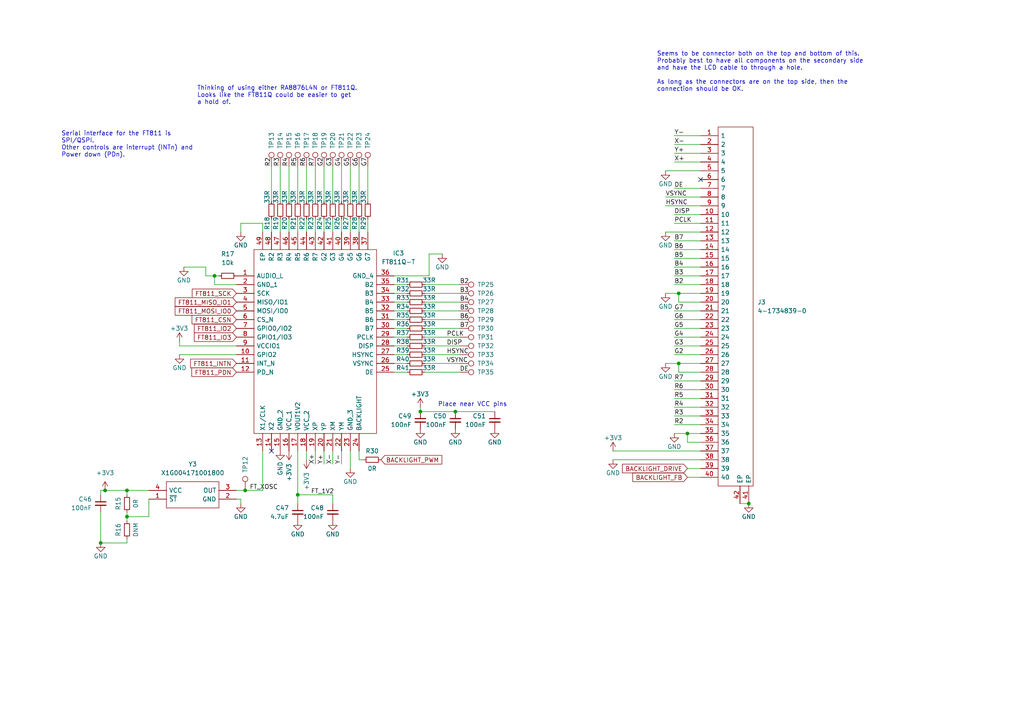
<source format=kicad_sch>
(kicad_sch (version 20211123) (generator eeschema)
  (paper "A4")
  (lib_symbols
    (symbol "Connector:TestPoint" (pin_numbers hide) (pin_names (offset 0.762) hide)
      (property "Reference" "TP" (at 0 6.858 0))
      (property "Value" "TestPoint" (at 0 5.08 0))
      (symbol "TestPoint_0_1"
        (circle (center 0 3.302) (radius 0.762))
      )
      (symbol "TestPoint_1_1"
        (pin passive line (at 0 0 90) (length 2.54) (name "1") (number "1"))
      )
    )
    (symbol "Device:C_Small" (pin_numbers hide) (pin_names (offset 0.254) hide)
      (property "Reference" "C" (at 0.254 1.778 0))
      (property "Value" "C_Small" (at 0.254 -2.032 0))
      (symbol "C_Small_0_1"
        (polyline (pts (xy -1.524 -0.508) (xy 1.524 -0.508)) (stroke (width 0.3302)))
        (polyline (pts (xy -1.524 0.508) (xy 1.524 0.508)) (stroke (width 0.3048)))
      )
      (symbol "C_Small_1_1"
        (pin passive line (at 0 2.54 270) (length 2.032) (name "~") (number "1"))
        (pin passive line (at 0 -2.54 90) (length 2.032) (name "~") (number "2"))
      )
    )
    (symbol "Device:R_Small" (pin_numbers hide) (pin_names (offset 0.254) hide)
      (property "Reference" "R" (at 0.762 0.508 0))
      (property "Value" "R_Small" (at 0.762 -1.016 0))
      (symbol "R_Small_0_1"
        (rectangle (start -0.762 1.778) (end 0.762 -1.778) (stroke (width 0.2032)))
      )
      (symbol "R_Small_1_1"
        (pin passive line (at 0 2.54 270) (length 0.762) (name "~") (number "1"))
        (pin passive line (at 0 -2.54 90) (length 0.762) (name "~") (number "2"))
      )
    )
    (symbol "SamacSys_Parts:4-1734839-0" (pin_names (offset 0.762))
      (property "Reference" "J3" (at -16.51 -48.2599 0))
      (property "Value" "4-1734839-0" (at -16.51 -50.7999 0))
      (symbol "4-1734839-0_0_0"
        (pin passive line (at 0 0 180) (length 5.08) (name "1") (number "1"))
        (pin passive line (at 0 -22.86 180) (length 5.08) (name "10") (number "10"))
        (pin passive line (at 0 -25.4 180) (length 5.08) (name "11") (number "11"))
        (pin passive line (at 0 -27.94 180) (length 5.08) (name "12") (number "12"))
        (pin passive line (at 0 -30.48 180) (length 5.08) (name "13") (number "13"))
        (pin passive line (at 0 -33.02 180) (length 5.08) (name "14") (number "14"))
        (pin passive line (at 0 -35.56 180) (length 5.08) (name "15") (number "15"))
        (pin passive line (at 0 -38.1 180) (length 5.08) (name "16") (number "16"))
        (pin passive line (at 0 -40.64 180) (length 5.08) (name "17") (number "17"))
        (pin passive line (at 0 -43.18 180) (length 5.08) (name "18") (number "18"))
        (pin passive line (at 0 -45.72 180) (length 5.08) (name "19") (number "19"))
        (pin passive line (at 0 -2.54 180) (length 5.08) (name "2") (number "2"))
        (pin passive line (at 0 -48.26 180) (length 5.08) (name "20") (number "20"))
        (pin passive line (at 0 -50.8 180) (length 5.08) (name "21") (number "21"))
        (pin passive line (at 0 -53.34 180) (length 5.08) (name "22") (number "22"))
        (pin passive line (at 0 -55.88 180) (length 5.08) (name "23") (number "23"))
        (pin passive line (at 0 -58.42 180) (length 5.08) (name "24") (number "24"))
        (pin passive line (at 0 -60.96 180) (length 5.08) (name "25") (number "25"))
        (pin passive line (at 0 -63.5 180) (length 5.08) (name "26") (number "26"))
        (pin passive line (at 0 -66.04 180) (length 5.08) (name "27") (number "27"))
        (pin passive line (at 0 -68.58 180) (length 5.08) (name "28") (number "28"))
        (pin passive line (at 0 -71.12 180) (length 5.08) (name "29") (number "29"))
        (pin passive line (at 0 -5.08 180) (length 5.08) (name "3") (number "3"))
        (pin passive line (at 0 -73.66 180) (length 5.08) (name "30") (number "30"))
        (pin passive line (at 0 -76.2 180) (length 5.08) (name "31") (number "31"))
        (pin passive line (at 0 -78.74 180) (length 5.08) (name "32") (number "32"))
        (pin passive line (at 0 -81.28 180) (length 5.08) (name "33") (number "33"))
        (pin passive line (at 0 -83.82 180) (length 5.08) (name "34") (number "34"))
        (pin passive line (at 0 -86.36 180) (length 5.08) (name "35") (number "35"))
        (pin passive line (at 0 -88.9 180) (length 5.08) (name "36") (number "36"))
        (pin passive line (at 0 -91.44 180) (length 5.08) (name "37") (number "37"))
        (pin passive line (at 0 -93.98 180) (length 5.08) (name "38") (number "38"))
        (pin passive line (at 0 -96.52 180) (length 5.08) (name "39") (number "39"))
        (pin passive line (at 0 -7.62 180) (length 5.08) (name "4") (number "4"))
        (pin passive line (at 0 -99.06 180) (length 5.08) (name "40") (number "40"))
        (pin passive line (at -13.97 -106.68 90) (length 5.08) (name "EP") (number "41"))
        (pin passive line (at -11.43 -106.68 90) (length 5.08) (name "EP") (number "42"))
        (pin passive line (at 0 -10.16 180) (length 5.08) (name "5") (number "5"))
        (pin passive line (at 0 -12.7 180) (length 5.08) (name "6") (number "6"))
        (pin passive line (at 0 -15.24 180) (length 5.08) (name "7") (number "7"))
        (pin passive line (at 0 -17.78 180) (length 5.08) (name "8") (number "8"))
        (pin passive line (at 0 -20.32 180) (length 5.08) (name "9") (number "9"))
      )
      (symbol "4-1734839-0_0_1"
        (polyline (pts (xy -15.24 2.54) (xy -5.08 2.54) (xy -5.08 -101.6) (xy -15.24 -101.6) (xy -15.24 2.54)) (stroke (width 0.1524)))
      )
    )
    (symbol "SamacSys_Parts:FT810Q-T" (pin_names (offset 0.762))
      (property "Reference" "IC" (at 41.91 12.7 0))
      (property "Value" "FT810Q-T" (at 41.91 10.16 0))
      (symbol "FT810Q-T_0_0"
        (pin passive line (at 0 0 0) (length 5.08) (name "AUDIO_L") (number "1"))
        (pin passive line (at 0 -22.86 0) (length 5.08) (name "GPIO2") (number "10"))
        (pin passive line (at 0 -25.4 0) (length 5.08) (name "INT_N") (number "11"))
        (pin passive line (at 0 -27.94 0) (length 5.08) (name "PD_N") (number "12"))
        (pin passive line (at 7.62 -50.8 90) (length 5.08) (name "X1/CLK") (number "13"))
        (pin passive line (at 10.16 -50.8 90) (length 5.08) (name "X2") (number "14"))
        (pin passive line (at 12.7 -50.8 90) (length 5.08) (name "GND_2") (number "15"))
        (pin passive line (at 15.24 -50.8 90) (length 5.08) (name "VCC_1") (number "16"))
        (pin passive line (at 17.78 -50.8 90) (length 5.08) (name "VOUT1V2") (number "17"))
        (pin passive line (at 20.32 -50.8 90) (length 5.08) (name "VCC_2") (number "18"))
        (pin passive line (at 22.86 -50.8 90) (length 5.08) (name "XP") (number "19"))
        (pin passive line (at 0 -2.54 0) (length 5.08) (name "GND_1") (number "2"))
        (pin passive line (at 25.4 -50.8 90) (length 5.08) (name "YP") (number "20"))
        (pin passive line (at 27.94 -50.8 90) (length 5.08) (name "XM") (number "21"))
        (pin passive line (at 30.48 -50.8 90) (length 5.08) (name "YM") (number "22"))
        (pin passive line (at 33.02 -50.8 90) (length 5.08) (name "GND_3") (number "23"))
        (pin passive line (at 35.56 -50.8 90) (length 5.08) (name "BACKLIGHT") (number "24"))
        (pin passive line (at 45.72 -27.94 180) (length 5.08) (name "DE") (number "25"))
        (pin passive line (at 45.72 -25.4 180) (length 5.08) (name "VSYNC") (number "26"))
        (pin passive line (at 45.72 -22.86 180) (length 5.08) (name "HSYNC") (number "27"))
        (pin passive line (at 45.72 -20.32 180) (length 5.08) (name "DISP") (number "28"))
        (pin passive line (at 45.72 -17.78 180) (length 5.08) (name "PCLK") (number "29"))
        (pin passive line (at 0 -5.08 0) (length 5.08) (name "SCK") (number "3"))
        (pin passive line (at 45.72 -15.24 180) (length 5.08) (name "B7") (number "30"))
        (pin passive line (at 45.72 -12.7 180) (length 5.08) (name "B6") (number "31"))
        (pin passive line (at 45.72 -10.16 180) (length 5.08) (name "B5") (number "32"))
        (pin passive line (at 45.72 -7.62 180) (length 5.08) (name "B4") (number "33"))
        (pin passive line (at 45.72 -5.08 180) (length 5.08) (name "B3") (number "34"))
        (pin passive line (at 45.72 -2.54 180) (length 5.08) (name "B2") (number "35"))
        (pin passive line (at 45.72 0 180) (length 5.08) (name "GND_4") (number "36"))
        (pin passive line (at 38.1 12.7 270) (length 5.08) (name "G7") (number "37"))
        (pin passive line (at 35.56 12.7 270) (length 5.08) (name "G6") (number "38"))
        (pin passive line (at 33.02 12.7 270) (length 5.08) (name "G5") (number "39"))
        (pin passive line (at 0 -7.62 0) (length 5.08) (name "MISO/IO1") (number "4"))
        (pin passive line (at 30.48 12.7 270) (length 5.08) (name "G4") (number "40"))
        (pin passive line (at 27.94 12.7 270) (length 5.08) (name "G3") (number "41"))
        (pin passive line (at 25.4 12.7 270) (length 5.08) (name "G2") (number "42"))
        (pin passive line (at 22.86 12.7 270) (length 5.08) (name "R7") (number "43"))
        (pin passive line (at 20.32 12.7 270) (length 5.08) (name "R6") (number "44"))
        (pin passive line (at 17.78 12.7 270) (length 5.08) (name "R5") (number "45"))
        (pin passive line (at 15.24 12.7 270) (length 5.08) (name "R4") (number "46"))
        (pin passive line (at 12.7 12.7 270) (length 5.08) (name "R3") (number "47"))
        (pin passive line (at 10.16 12.7 270) (length 5.08) (name "R2") (number "48"))
        (pin passive line (at 7.62 12.7 270) (length 5.08) (name "EP") (number "49"))
        (pin passive line (at 0 -10.16 0) (length 5.08) (name "MOSI/IO0") (number "5"))
        (pin passive line (at 0 -12.7 0) (length 5.08) (name "CS_N") (number "6"))
        (pin passive line (at 0 -15.24 0) (length 5.08) (name "GPIO0/IO2") (number "7"))
        (pin passive line (at 0 -17.78 0) (length 5.08) (name "GPIO1/IO3") (number "8"))
        (pin passive line (at 0 -20.32 0) (length 5.08) (name "VCCIO1") (number "9"))
      )
      (symbol "FT810Q-T_0_1"
        (polyline (pts (xy 5.08 7.62) (xy 40.64 7.62) (xy 40.64 -45.72) (xy 5.08 -45.72) (xy 5.08 7.62)) (stroke (width 0.1524)))
      )
    )
    (symbol "SamacSys_Parts:X1G004171001800" (pin_names (offset 0.762))
      (property "Reference" "Y" (at 21.59 7.62 0))
      (property "Value" "X1G004171001800" (at 21.59 5.08 0))
      (symbol "X1G004171001800_0_0"
        (pin passive line (at 0 -2.54 0) (length 5.08) (name "~{ST}") (number "1"))
        (pin passive line (at 25.4 -2.54 180) (length 5.08) (name "GND") (number "2"))
        (pin passive line (at 25.4 0 180) (length 5.08) (name "OUT") (number "3"))
        (pin passive line (at 0 0 0) (length 5.08) (name "VCC") (number "4"))
      )
      (symbol "X1G004171001800_0_1"
        (polyline (pts (xy 5.08 2.54) (xy 20.32 2.54) (xy 20.32 -5.08) (xy 5.08 -5.08) (xy 5.08 2.54)) (stroke (width 0.1524)))
      )
    )
    (symbol "power:+3V3" (power) (pin_names (offset 0))
      (property "Value" "+3V3" (at 0 3.556 0))
      (symbol "+3V3_0_1"
        (polyline (pts (xy -0.762 1.27) (xy 0 2.54)))
        (polyline (pts (xy 0 0) (xy 0 2.54)))
        (polyline (pts (xy 0 2.54) (xy 0.762 1.27)))
      )
      (symbol "+3V3_1_1"
        (pin power_in line (at 0 0 90) (length 0) hide (name "+3V3") (number "1"))
      )
    )
    (symbol "power:GND" (power) (pin_names (offset 0))
      (property "Value" "GND" (at 0 -3.81 0))
      (symbol "GND_0_1"
        (polyline (pts (xy 0 0) (xy 0 -1.27) (xy 1.27 -1.27) (xy 0 -2.54) (xy -1.27 -1.27) (xy 0 -1.27)))
      )
      (symbol "GND_1_1"
        (pin power_in line (at 0 0 270) (length 0) hide (name "GND") (number "1"))
      )
    )
  )
  (junction (at 196.85 85.09))
  (junction (at 199.39 125.73))
  (junction (at 121.92 119.38))
  (junction (at 196.85 105.41))
  (junction (at 62.23 80.01))
  (junction (at 30.48 142.24))
  (junction (at 132.08 119.38))
  (junction (at 36.83 149.86))
  (junction (at 36.83 142.24))
  (junction (at 217.17 146.05))
  (junction (at 29.21 157.48))
  (junction (at 71.12 142.24))
  (junction (at 86.36 143.51))
  (no_connect (at 78.74 130.81))
  (no_connect (at 203.2 52.07))
  (wire (pts (xy 124.46 80.01) (xy 114.3 80.01)))
  (wire (pts (xy 96.52 146.05) (xy 96.52 143.51)))
  (wire (pts (xy 195.58 80.01) (xy 203.2 80.01)))
  (wire (pts (xy 195.58 41.91) (xy 203.2 41.91)))
  (wire (pts (xy 101.6 58.42) (xy 101.6 48.26)))
  (wire (pts (xy 195.58 54.61) (xy 203.2 54.61)))
  (wire (pts (xy 59.69 80.01) (xy 62.23 80.01)))
  (wire (pts (xy 81.28 58.42) (xy 81.28 48.26)))
  (wire (pts (xy 203.2 128.27) (xy 199.39 128.27)))
  (wire (pts (xy 36.83 149.86) (xy 43.18 149.86)))
  (wire (pts (xy 114.3 102.87) (xy 118.11 102.87)))
  (wire (pts (xy 196.85 107.95) (xy 196.85 105.41)))
  (wire (pts (xy 29.21 157.48) (xy 36.83 157.48)))
  (wire (pts (xy 86.36 143.51) (xy 86.36 146.05)))
  (wire (pts (xy 123.19 95.25) (xy 133.35 95.25)))
  (wire (pts (xy 59.69 77.47) (xy 59.69 80.01)))
  (wire (pts (xy 106.68 67.31) (xy 106.68 63.5)))
  (wire (pts (xy 195.58 100.33) (xy 203.2 100.33)))
  (wire (pts (xy 114.3 95.25) (xy 118.11 95.25)))
  (wire (pts (xy 123.19 92.71) (xy 133.35 92.71)))
  (wire (pts (xy 203.2 87.63) (xy 196.85 87.63)))
  (wire (pts (xy 193.04 59.69) (xy 203.2 59.69)))
  (wire (pts (xy 52.07 102.87) (xy 68.58 102.87)))
  (wire (pts (xy 195.58 82.55) (xy 203.2 82.55)))
  (wire (pts (xy 71.12 142.24) (xy 76.2 142.24)))
  (wire (pts (xy 106.68 58.42) (xy 106.68 48.26)))
  (wire (pts (xy 69.85 64.77) (xy 76.2 64.77)))
  (wire (pts (xy 88.9 58.42) (xy 88.9 48.26)))
  (wire (pts (xy 88.9 130.81) (xy 88.9 133.35)))
  (wire (pts (xy 195.58 92.71) (xy 203.2 92.71)))
  (wire (pts (xy 62.23 80.01) (xy 62.23 82.55)))
  (wire (pts (xy 36.83 157.48) (xy 36.83 156.21)))
  (wire (pts (xy 123.19 85.09) (xy 133.35 85.09)))
  (wire (pts (xy 96.52 58.42) (xy 96.52 48.26)))
  (wire (pts (xy 36.83 142.24) (xy 43.18 142.24)))
  (wire (pts (xy 62.23 80.01) (xy 63.5 80.01)))
  (wire (pts (xy 195.58 97.79) (xy 203.2 97.79)))
  (wire (pts (xy 86.36 130.81) (xy 86.36 143.51)))
  (wire (pts (xy 199.39 135.89) (xy 203.2 135.89)))
  (wire (pts (xy 69.85 67.31) (xy 69.85 64.77)))
  (wire (pts (xy 199.39 138.43) (xy 203.2 138.43)))
  (wire (pts (xy 195.58 120.65) (xy 203.2 120.65)))
  (wire (pts (xy 83.82 58.42) (xy 83.82 48.26)))
  (wire (pts (xy 78.74 58.42) (xy 78.74 48.26)))
  (wire (pts (xy 36.83 143.51) (xy 36.83 142.24)))
  (wire (pts (xy 214.63 146.05) (xy 217.17 146.05)))
  (wire (pts (xy 30.48 142.24) (xy 29.21 142.24)))
  (wire (pts (xy 132.08 119.38) (xy 143.51 119.38)))
  (wire (pts (xy 123.19 90.17) (xy 133.35 90.17)))
  (wire (pts (xy 105.41 133.35) (xy 104.14 133.35)))
  (wire (pts (xy 101.6 130.81) (xy 101.6 135.89)))
  (wire (pts (xy 81.28 67.31) (xy 81.28 63.5)))
  (wire (pts (xy 52.07 100.33) (xy 52.07 99.06)))
  (wire (pts (xy 123.19 107.95) (xy 133.35 107.95)))
  (wire (pts (xy 78.74 67.31) (xy 78.74 63.5)))
  (wire (pts (xy 195.58 77.47) (xy 203.2 77.47)))
  (wire (pts (xy 123.19 100.33) (xy 133.35 100.33)))
  (wire (pts (xy 195.58 113.03) (xy 203.2 113.03)))
  (wire (pts (xy 177.8 130.81) (xy 203.2 130.81)))
  (wire (pts (xy 114.3 92.71) (xy 118.11 92.71)))
  (wire (pts (xy 195.58 46.99) (xy 203.2 46.99)))
  (wire (pts (xy 91.44 130.81) (xy 91.44 134.62)))
  (wire (pts (xy 114.3 85.09) (xy 118.11 85.09)))
  (wire (pts (xy 86.36 58.42) (xy 86.36 48.26)))
  (wire (pts (xy 195.58 118.11) (xy 203.2 118.11)))
  (wire (pts (xy 99.06 67.31) (xy 99.06 63.5)))
  (wire (pts (xy 195.58 62.23) (xy 203.2 62.23)))
  (wire (pts (xy 101.6 67.31) (xy 101.6 63.5)))
  (wire (pts (xy 123.19 82.55) (xy 133.35 82.55)))
  (wire (pts (xy 196.85 105.41) (xy 203.2 105.41)))
  (wire (pts (xy 195.58 74.93) (xy 203.2 74.93)))
  (wire (pts (xy 196.85 85.09) (xy 203.2 85.09)))
  (wire (pts (xy 36.83 149.86) (xy 36.83 151.13)))
  (wire (pts (xy 124.46 73.66) (xy 124.46 80.01)))
  (wire (pts (xy 114.3 107.95) (xy 118.11 107.95)))
  (wire (pts (xy 91.44 67.31) (xy 91.44 63.5)))
  (wire (pts (xy 193.04 105.41) (xy 196.85 105.41)))
  (wire (pts (xy 88.9 67.31) (xy 88.9 63.5)))
  (wire (pts (xy 195.58 90.17) (xy 203.2 90.17)))
  (wire (pts (xy 199.39 125.73) (xy 203.2 125.73)))
  (wire (pts (xy 29.21 142.24) (xy 29.21 143.51)))
  (wire (pts (xy 36.83 142.24) (xy 30.48 142.24)))
  (wire (pts (xy 99.06 130.81) (xy 99.06 134.62)))
  (wire (pts (xy 195.58 115.57) (xy 203.2 115.57)))
  (wire (pts (xy 104.14 58.42) (xy 104.14 48.26)))
  (wire (pts (xy 195.58 102.87) (xy 203.2 102.87)))
  (wire (pts (xy 91.44 58.42) (xy 91.44 48.26)))
  (wire (pts (xy 195.58 44.45) (xy 203.2 44.45)))
  (wire (pts (xy 203.2 107.95) (xy 196.85 107.95)))
  (wire (pts (xy 104.14 67.31) (xy 104.14 63.5)))
  (wire (pts (xy 195.58 69.85) (xy 203.2 69.85)))
  (wire (pts (xy 69.85 146.05) (xy 69.85 144.78)))
  (wire (pts (xy 114.3 87.63) (xy 118.11 87.63)))
  (wire (pts (xy 195.58 64.77) (xy 203.2 64.77)))
  (wire (pts (xy 195.58 39.37) (xy 203.2 39.37)))
  (wire (pts (xy 93.98 67.31) (xy 93.98 63.5)))
  (wire (pts (xy 195.58 72.39) (xy 203.2 72.39)))
  (wire (pts (xy 62.23 82.55) (xy 68.58 82.55)))
  (wire (pts (xy 114.3 97.79) (xy 118.11 97.79)))
  (wire (pts (xy 96.52 143.51) (xy 86.36 143.51)))
  (wire (pts (xy 69.85 144.78) (xy 68.58 144.78)))
  (wire (pts (xy 53.34 77.47) (xy 59.69 77.47)))
  (wire (pts (xy 195.58 123.19) (xy 203.2 123.19)))
  (wire (pts (xy 93.98 58.42) (xy 93.98 48.26)))
  (wire (pts (xy 193.04 85.09) (xy 196.85 85.09)))
  (wire (pts (xy 123.19 87.63) (xy 133.35 87.63)))
  (wire (pts (xy 99.06 58.42) (xy 99.06 48.26)))
  (wire (pts (xy 123.19 97.79) (xy 133.35 97.79)))
  (wire (pts (xy 193.04 49.53) (xy 203.2 49.53)))
  (wire (pts (xy 96.52 130.81) (xy 96.52 134.62)))
  (wire (pts (xy 68.58 142.24) (xy 71.12 142.24)))
  (wire (pts (xy 123.19 102.87) (xy 133.35 102.87)))
  (wire (pts (xy 96.52 67.31) (xy 96.52 63.5)))
  (wire (pts (xy 43.18 149.86) (xy 43.18 144.78)))
  (wire (pts (xy 29.21 148.59) (xy 29.21 157.48)))
  (wire (pts (xy 128.27 73.66) (xy 124.46 73.66)))
  (wire (pts (xy 114.3 105.41) (xy 118.11 105.41)))
  (wire (pts (xy 86.36 67.31) (xy 86.36 63.5)))
  (wire (pts (xy 36.83 148.59) (xy 36.83 149.86)))
  (wire (pts (xy 195.58 95.25) (xy 203.2 95.25)))
  (wire (pts (xy 104.14 133.35) (xy 104.14 130.81)))
  (wire (pts (xy 83.82 67.31) (xy 83.82 63.5)))
  (wire (pts (xy 93.98 130.81) (xy 93.98 134.62)))
  (wire (pts (xy 193.04 57.15) (xy 203.2 57.15)))
  (wire (pts (xy 114.3 100.33) (xy 118.11 100.33)))
  (wire (pts (xy 193.04 67.31) (xy 203.2 67.31)))
  (wire (pts (xy 199.39 128.27) (xy 199.39 125.73)))
  (wire (pts (xy 68.58 100.33) (xy 52.07 100.33)))
  (wire (pts (xy 121.92 118.11) (xy 121.92 119.38)))
  (wire (pts (xy 195.58 125.73) (xy 199.39 125.73)))
  (wire (pts (xy 114.3 82.55) (xy 118.11 82.55)))
  (wire (pts (xy 76.2 64.77) (xy 76.2 67.31)))
  (wire (pts (xy 177.8 133.35) (xy 203.2 133.35)))
  (wire (pts (xy 76.2 142.24) (xy 76.2 130.81)))
  (wire (pts (xy 196.85 87.63) (xy 196.85 85.09)))
  (wire (pts (xy 195.58 110.49) (xy 203.2 110.49)))
  (wire (pts (xy 121.92 119.38) (xy 132.08 119.38)))
  (wire (pts (xy 114.3 90.17) (xy 118.11 90.17)))
  (wire (pts (xy 123.19 105.41) (xy 133.35 105.41)))
  (text "Place near VCC pins" (at 127 118.11 0) (effects (font (size 1.27 1.27)) (justify left bottom)))
  (text "Seems to be connector both on the top and bottom of this. \nProbably best to have all components on the secondary side\nand have the LCD cable to through a hole. \n\nAs long as the connectors are on the top side, then the\nconnection should be OK. " (at 190.5 26.67 0) (effects (font (size 1.27 1.27)) (justify left bottom)))
  (text "Serial interface for the FT811 is\nSPI/QSPI. \nOther controls are interrupt (INTn) and \nPower down (PDn). " (at 17.78 45.72 0) (effects (font (size 1.27 1.27)) (justify left bottom)))
  (text "Thinking of using either RA8876L4N or FT811Q. \nLooks like the FT811Q could be easier to get \na hold of. " (at 57.15 30.48 0) (effects (font (size 1.27 1.27)) (justify left bottom)))
  (label "B7" (at 195.58 69.85 0))
  (label "G5" (at 195.58 95.25 0))
  (label "B2" (at 133.35 82.55 0))
  (label "VSYNC" (at 193.04 57.15 0))
  (label "G4" (at 99.06 48.26 90))
  (label "R4" (at 195.58 118.11 0))
  (label "R3" (at 195.58 120.65 0))
  (label "X-" (at 195.58 41.91 0))
  (label "R5" (at 195.58 115.57 0))
  (label "R7" (at 91.44 48.26 90))
  (label "G2" (at 195.58 102.87 0))
  (label "DISP" (at 129.54 100.33 0))
  (label "B7" (at 133.35 95.25 0))
  (label "R7" (at 195.58 110.49 0))
  (label "B4" (at 133.35 87.63 0))
  (label "PCLK" (at 129.54 97.79 0))
  (label "G7" (at 106.68 48.26 90))
  (label "X+" (at 91.44 134.62 90))
  (label "G3" (at 96.52 48.26 90))
  (label "DE" (at 195.58 54.61 0))
  (label "HSYNC" (at 193.04 59.69 0))
  (label "X-" (at 96.52 134.62 90))
  (label "G7" (at 195.58 90.17 0))
  (label "Y+" (at 93.98 134.62 90))
  (label "Y-" (at 99.06 134.62 90))
  (label "B5" (at 133.35 90.17 0))
  (label "DISP" (at 195.58 62.23 0))
  (label "HSYNC" (at 129.54 102.87 0))
  (label "R6" (at 88.9 48.26 90))
  (label "B6" (at 133.35 92.71 0))
  (label "B6" (at 195.58 72.39 0))
  (label "R6" (at 195.58 113.03 0))
  (label "B5" (at 195.58 74.93 0))
  (label "G4" (at 195.58 97.79 0))
  (label "VSYNC" (at 129.54 105.41 0))
  (label "G3" (at 195.58 100.33 0))
  (label "R2" (at 195.58 123.19 0))
  (label "B3" (at 133.35 85.09 0))
  (label "B3" (at 195.58 80.01 0))
  (label "DE" (at 133.35 107.95 0))
  (label "R3" (at 81.28 48.26 90))
  (label "X+" (at 195.58 46.99 0))
  (label "PCLK" (at 195.58 64.77 0))
  (label "B2" (at 195.58 82.55 0))
  (label "R2" (at 78.74 48.26 90))
  (label "B4" (at 195.58 77.47 0))
  (label "R5" (at 86.36 48.26 90))
  (label "G6" (at 195.58 92.71 0))
  (label "Y+" (at 195.58 44.45 0))
  (label "FT_XOSC" (at 72.39 142.24 0))
  (label "FT_1V2" (at 90.17 143.51 0))
  (label "G6" (at 104.14 48.26 90))
  (label "G5" (at 101.6 48.26 90))
  (label "R4" (at 83.82 48.26 90))
  (label "G2" (at 93.98 48.26 90))
  (label "Y-" (at 195.58 39.37 0))
  (global_label "FT811_IO3" (shape input) (at 68.58 97.79 180) (property "Intersheet References" "${INTERSHEET_REFS}" (effects hide)))
  (global_label "FT811_SCK" (shape input) (at 68.58 85.09 180) (property "Intersheet References" "${INTERSHEET_REFS}" (effects hide)))
  (global_label "FT811_MOSI_IO0" (shape input) (at 68.58 90.17 180) (property "Intersheet References" "${INTERSHEET_REFS}" (effects hide)))
  (global_label "BACKLIGHT_FB" (shape input) (at 199.39 138.43 180) (property "Intersheet References" "${INTERSHEET_REFS}" (effects hide)))
  (global_label "FT811_INTN" (shape input) (at 68.58 105.41 180) (property "Intersheet References" "${INTERSHEET_REFS}" (effects hide)))
  (global_label "BACKLIGHT_DRIVE" (shape input) (at 199.39 135.89 180) (property "Intersheet References" "${INTERSHEET_REFS}" (effects hide)))
  (global_label "FT811_PDN" (shape input) (at 68.58 107.95 180) (property "Intersheet References" "${INTERSHEET_REFS}" (effects hide)))
  (global_label "FT811_CSN" (shape input) (at 68.58 92.71 180) (property "Intersheet References" "${INTERSHEET_REFS}" (effects hide)))
  (global_label "BACKLIGHT_PWM" (shape input) (at 110.49 133.35 0) (property "Intersheet References" "${INTERSHEET_REFS}" (effects hide)))
  (global_label "FT811_IO2" (shape input) (at 68.58 95.25 180) (property "Intersheet References" "${INTERSHEET_REFS}" (effects hide)))
  (global_label "FT811_MISO_IO1" (shape input) (at 68.58 87.63 180) (property "Intersheet References" "${INTERSHEET_REFS}" (effects hide)))
  (symbol (lib_id "Device:R_Small") (at 120.65 85.09 270) (mirror x) (unit 1)
    (property "Reference" "R32" (at 116.84 83.82 90))
    (property "Value" "33R" (at 124.46 83.82 90))
    (property "Footprint" "Resistor_SMD:R_0402_1005Metric" (effects hide))
    (property "LCSC" "C25105" (effects hide))
  )
  (symbol (lib_id "Connector:TestPoint") (at 91.44 48.26 0) (unit 1)
    (property "Reference" "TP18" (at 91.44 43.18 90) (effects (justify left)))
    (property "Value" "TestPoint" (effects hide))
    (property "Footprint" "TestPoint:TestPoint_Pad_D1.0mm" (effects hide))
  )
  (symbol (lib_id "power:GND") (at 52.07 102.87 0) (mirror y) (unit 1)
    (property "Reference" "#PWR0163" (effects hide))
    (property "Value" "GND" (at 52.07 106.68 0))
  )
  (symbol (lib_id "SamacSys_Parts:X1G004171001800") (at 43.18 142.24 0) (unit 1)
    (property "Reference" "Y3" (at 55.88 134.62 0))
    (property "Value" "X1G004171001800" (at 55.88 137.16 0))
    (property "Footprint" "X1G004171001800" (effects hide))
    (property "Datasheet" "https://datasheet.lcsc.com/szlcsc/Seiko-Epson-X1G004171001800_C255991.pdf" (effects hide))
    (property "Description" "Oscillator XO 12MHz +/-50ppm 15pF CMOS 55% 1.8V/2.5V/3.3V 4-Pin SMD T/R" (effects hide))
    (property "Height" "0.9" (effects hide))
    (property "Manufacturer_Name" "Seiko Epson Corporation" (effects hide))
    (property "Manufacturer_Part_Number" "X1G004171001800" (effects hide))
    (property "LCSC" "C255991" (effects hide))
  )
  (symbol (lib_id "power:GND") (at 53.34 77.47 0) (mirror y) (unit 1)
    (property "Reference" "#PWR0167" (effects hide))
    (property "Value" "GND" (at 53.34 81.28 0))
  )
  (symbol (lib_id "Device:R_Small") (at 93.98 60.96 0) (mirror y) (unit 1)
    (property "Reference" "R24" (at 92.71 64.77 90))
    (property "Value" "33R" (at 92.71 57.15 90))
    (property "Footprint" "Resistor_SMD:R_0402_1005Metric" (effects hide))
    (property "LCSC" "C25105" (effects hide))
  )
  (symbol (lib_id "Device:R_Small") (at 86.36 60.96 0) (mirror y) (unit 1)
    (property "Reference" "R21" (at 85.09 64.77 90))
    (property "Value" "33R" (at 85.09 57.15 90))
    (property "Footprint" "Resistor_SMD:R_0402_1005Metric" (effects hide))
    (property "LCSC" "C25105" (effects hide))
  )
  (symbol (lib_id "Device:R_Small") (at 66.04 80.01 270) (unit 1)
    (property "Reference" "R17" (at 66.04 73.66 90))
    (property "Value" "10k" (at 66.04 76.2 90))
    (property "Footprint" "Resistor_SMD:R_0402_1005Metric" (effects hide))
    (property "LCSC" "C25086" (effects hide))
  )
  (symbol (lib_id "power:GND") (at 29.21 157.48 0) (mirror y) (unit 1)
    (property "Reference" "#PWR0162" (effects hide))
    (property "Value" "GND" (at 29.21 161.29 0))
  )
  (symbol (lib_id "power:GND") (at 217.17 146.05 0) (unit 1)
    (property "Reference" "#PWR0203" (effects hide))
    (property "Value" "GND" (at 217.17 149.86 0))
  )
  (symbol (lib_id "power:GND") (at 96.52 151.13 0) (mirror y) (unit 1)
    (property "Reference" "#PWR0173" (effects hide))
    (property "Value" "GND" (at 96.52 154.94 0))
  )
  (symbol (lib_id "Connector:TestPoint") (at 133.35 100.33 270) (unit 1)
    (property "Reference" "TP32" (at 138.43 100.33 90) (effects (justify left)))
    (property "Value" "TestPoint" (effects hide))
    (property "Footprint" "TestPoint:TestPoint_Pad_D1.0mm" (effects hide))
  )
  (symbol (lib_id "Connector:TestPoint") (at 83.82 48.26 0) (unit 1)
    (property "Reference" "TP15" (at 83.82 43.18 90) (effects (justify left)))
    (property "Value" "TestPoint" (effects hide))
    (property "Footprint" "TestPoint:TestPoint_Pad_D1.0mm" (effects hide))
  )
  (symbol (lib_id "Device:R_Small") (at 36.83 146.05 0) (mirror x) (unit 1)
    (property "Reference" "R15" (at 34.29 146.05 90))
    (property "Value" "0R" (at 39.37 146.05 90))
    (property "Footprint" "Resistor_SMD:R_0402_1005Metric" (effects hide))
    (property "LCSC" "C279984" (effects hide))
  )
  (symbol (lib_id "Device:R_Small") (at 106.68 60.96 0) (mirror y) (unit 1)
    (property "Reference" "R29" (at 105.41 64.77 90))
    (property "Value" "33R" (at 105.41 57.15 90))
    (property "Footprint" "Resistor_SMD:R_0402_1005Metric" (effects hide))
    (property "LCSC" "C25105" (effects hide))
  )
  (symbol (lib_id "Device:R_Small") (at 91.44 60.96 0) (mirror y) (unit 1)
    (property "Reference" "R23" (at 90.17 64.77 90))
    (property "Value" "33R" (at 90.17 57.15 90))
    (property "Footprint" "Resistor_SMD:R_0402_1005Metric" (effects hide))
    (property "LCSC" "C25105" (effects hide))
  )
  (symbol (lib_id "power:GND") (at 101.6 135.89 0) (mirror y) (unit 1)
    (property "Reference" "#PWR0170" (effects hide))
    (property "Value" "GND" (at 101.6 139.7 0))
  )
  (symbol (lib_id "Connector:TestPoint") (at 104.14 48.26 0) (unit 1)
    (property "Reference" "TP23" (at 104.14 43.18 90) (effects (justify left)))
    (property "Value" "TestPoint" (effects hide))
    (property "Footprint" "TestPoint:TestPoint_Pad_D1.0mm" (effects hide))
  )
  (symbol (lib_id "Connector:TestPoint") (at 101.6 48.26 0) (unit 1)
    (property "Reference" "TP22" (at 101.6 43.18 90) (effects (justify left)))
    (property "Value" "TestPoint" (effects hide))
    (property "Footprint" "TestPoint:TestPoint_Pad_D1.0mm" (effects hide))
  )
  (symbol (lib_id "Device:R_Small") (at 120.65 87.63 270) (mirror x) (unit 1)
    (property "Reference" "R33" (at 116.84 86.36 90))
    (property "Value" "33R" (at 124.46 86.36 90))
    (property "Footprint" "Resistor_SMD:R_0402_1005Metric" (effects hide))
    (property "LCSC" "C25105" (effects hide))
  )
  (symbol (lib_id "Connector:TestPoint") (at 133.35 102.87 270) (unit 1)
    (property "Reference" "TP33" (at 138.43 102.87 90) (effects (justify left)))
    (property "Value" "TestPoint" (effects hide))
    (property "Footprint" "TestPoint:TestPoint_Pad_D1.0mm" (effects hide))
  )
  (symbol (lib_id "power:+3V3") (at 88.9 133.35 180) (unit 1)
    (property "Reference" "#PWR0168" (effects hide))
    (property "Value" "+3V3" (at 88.9 142.24 90) (effects (justify right)))
  )
  (symbol (lib_id "power:+3V3") (at 83.82 130.81 180) (unit 1)
    (property "Reference" "#PWR0171" (effects hide))
    (property "Value" "+3V3" (at 83.82 139.7 90) (effects (justify right)))
  )
  (symbol (lib_id "Device:R_Small") (at 120.65 97.79 270) (mirror x) (unit 1)
    (property "Reference" "R37" (at 116.84 96.52 90))
    (property "Value" "33R" (at 124.46 96.52 90))
    (property "Footprint" "Resistor_SMD:R_0402_1005Metric" (effects hide))
    (property "LCSC" "C25105" (effects hide))
  )
  (symbol (lib_id "Device:C_Small") (at 86.36 148.59 0) (mirror y) (unit 1)
    (property "Reference" "C47" (at 83.82 147.3262 0) (effects (justify left)))
    (property "Value" "4.7uF" (at 83.82 149.8662 0) (effects (justify left)))
    (property "Footprint" "Capacitor_SMD:C_0603_1608Metric" (effects hide))
    (property "LCSC" "C19666" (effects hide))
  )
  (symbol (lib_id "Connector:TestPoint") (at 86.36 48.26 0) (unit 1)
    (property "Reference" "TP16" (at 86.36 43.18 90) (effects (justify left)))
    (property "Value" "TestPoint" (effects hide))
    (property "Footprint" "TestPoint:TestPoint_Pad_D1.0mm" (effects hide))
  )
  (symbol (lib_id "power:GND") (at 177.8 133.35 0) (unit 1)
    (property "Reference" "#PWR0176" (effects hide))
    (property "Value" "GND" (at 177.8 137.16 0))
  )
  (symbol (lib_id "Device:R_Small") (at 81.28 60.96 0) (mirror y) (unit 1)
    (property "Reference" "R19" (at 80.01 64.77 90))
    (property "Value" "33R" (at 80.01 57.15 90))
    (property "Footprint" "Resistor_SMD:R_0402_1005Metric" (effects hide))
    (property "LCSC" "C25105" (effects hide))
  )
  (symbol (lib_id "Device:C_Small") (at 121.92 121.92 0) (mirror y) (unit 1)
    (property "Reference" "C49" (at 119.38 120.6562 0) (effects (justify left)))
    (property "Value" "100nF" (at 119.38 123.1962 0) (effects (justify left)))
    (property "Footprint" "Capacitor_SMD:C_0402_1005Metric" (effects hide))
    (property "LCSC" "C1525" (effects hide))
  )
  (symbol (lib_id "Connector:TestPoint") (at 133.35 92.71 270) (unit 1)
    (property "Reference" "TP29" (at 138.43 92.71 90) (effects (justify left)))
    (property "Value" "TestPoint" (effects hide))
    (property "Footprint" "TestPoint:TestPoint_Pad_D1.0mm" (effects hide))
  )
  (symbol (lib_id "power:GND") (at 143.51 124.46 0) (mirror y) (unit 1)
    (property "Reference" "#PWR0186" (effects hide))
    (property "Value" "GND" (at 143.51 128.27 0))
  )
  (symbol (lib_id "power:GND") (at 69.85 67.31 0) (mirror y) (unit 1)
    (property "Reference" "#PWR0166" (effects hide))
    (property "Value" "GND" (at 69.85 71.12 0))
  )
  (symbol (lib_id "Connector:TestPoint") (at 133.35 97.79 270) (unit 1)
    (property "Reference" "TP31" (at 138.43 97.79 90) (effects (justify left)))
    (property "Value" "TestPoint" (effects hide))
    (property "Footprint" "TestPoint:TestPoint_Pad_D1.0mm" (effects hide))
  )
  (symbol (lib_id "Device:R_Small") (at 83.82 60.96 0) (mirror y) (unit 1)
    (property "Reference" "R20" (at 82.55 64.77 90))
    (property "Value" "33R" (at 82.55 57.15 90))
    (property "Footprint" "Resistor_SMD:R_0402_1005Metric" (effects hide))
    (property "LCSC" "C25105" (effects hide))
  )
  (symbol (lib_id "Device:R_Small") (at 96.52 60.96 0) (mirror y) (unit 1)
    (property "Reference" "R25" (at 95.25 64.77 90))
    (property "Value" "33R" (at 95.25 57.15 90))
    (property "Footprint" "Resistor_SMD:R_0402_1005Metric" (effects hide))
    (property "LCSC" "C25105" (effects hide))
  )
  (symbol (lib_id "power:+3V3") (at 177.8 130.81 0) (unit 1)
    (property "Reference" "#PWR0178" (effects hide))
    (property "Value" "+3V3" (at 177.8 127 0))
  )
  (symbol (lib_id "SamacSys_Parts:FT810Q-T") (at 68.58 80.01 0) (unit 1)
    (property "Reference" "IC3" (at 115.57 73.4312 0))
    (property "Value" "FT811Q-T" (at 115.57 75.9712 0))
    (property "Footprint" "QFN50P700X700X90-49N-D" (effects hide))
    (property "Datasheet" "https://componentsearchengine.com/Datasheets/2/FT810Q-T.pdf" (effects hide))
    (property "Description" "FT811Q-T, LCD Controller 8 bit Mono Audio Format, SVGA Support SPI 1.8  3.3 V, 48-Pin VQFN" (effects hide))
    (property "Height" "0.9" (effects hide))
    (property "Mouser Part Number" "895-FT811Q-T" (effects hide))
    (property "Mouser Price/Stock" "https://www.mouser.co.uk/ProductDetail/Bridgetek/FT810Q-T?qs=OplyyfyNBA63lpJ6fOejKA%3D%3D" (effects hide))
    (property "Manufacturer_Name" "BRIDGETEK" (effects hide))
    (property "Manufacturer_Part_Number" "FT811Q-T" (effects hide))
    (property "LCSC" "C3823896" (effects hide))
  )
  (symbol (lib_id "Device:R_Small") (at 104.14 60.96 0) (mirror y) (unit 1)
    (property "Reference" "R28" (at 102.87 64.77 90))
    (property "Value" "33R" (at 102.87 57.15 90))
    (property "Footprint" "Resistor_SMD:R_0402_1005Metric" (effects hide))
    (property "LCSC" "C25105" (effects hide))
  )
  (symbol (lib_id "Device:R_Small") (at 120.65 82.55 270) (mirror x) (unit 1)
    (property "Reference" "R31" (at 116.84 81.28 90))
    (property "Value" "33R" (at 124.46 81.28 90))
    (property "Footprint" "Resistor_SMD:R_0402_1005Metric" (effects hide))
    (property "LCSC" "C25105" (effects hide))
  )
  (symbol (lib_id "power:GND") (at 193.04 49.53 0) (unit 1)
    (property "Reference" "#PWR0179" (effects hide))
    (property "Value" "GND" (at 193.04 53.34 0))
  )
  (symbol (lib_id "SamacSys_Parts:4-1734839-0") (at 203.2 39.37 0) (mirror y) (unit 1)
    (property "Reference" "J3" (at 219.71 87.6299 0) (effects (justify right)))
    (property "Value" "4-1734839-0" (at 219.71 90.1699 0) (effects (justify right)))
    (property "Footprint" "SamacSys_Parts:4-1734839-0" (effects hide))
    (property "Datasheet" "http://www.te.com/commerce/DocumentDelivery/DDEController?Action=showdoc&DocId=Customer+Drawing%7F1734839%7FC%7Fpdf%7FEnglish%7FENG_CD_1734839_C_C_1734839.pdf%7F4-1734839-0" (effects hide))
    (property "Description" "TE CONNECTIVITY / AMP - 4-1734839-0 - CONNECTOR, FFC / FPC, 0.5MM, 40WAY" (effects hide))
    (property "Mouser Part Number" "571-4-1734839-0" (effects hide))
    (property "Mouser Price/Stock" "https://www.mouser.co.uk/ProductDetail/TE-Connectivity/4-1734839-0?qs=klMB9zE6HsCoU1yptYDtcg%3D%3D" (effects hide))
    (property "Manufacturer_Name" "TE Connectivity" (effects hide))
    (property "Manufacturer_Part_Number" "4-1734839-0" (effects hide))
    (property "LCSC" "C590939" (effects hide))
  )
  (symbol (lib_id "Device:C_Small") (at 29.21 146.05 0) (mirror y) (unit 1)
    (property "Reference" "C46" (at 26.67 144.7862 0) (effects (justify left)))
    (property "Value" "100nF" (at 26.67 147.3262 0) (effects (justify left)))
    (property "Footprint" "Capacitor_SMD:C_0402_1005Metric" (effects hide))
    (property "LCSC" "C1525" (effects hide))
  )
  (symbol (lib_id "Device:R_Small") (at 120.65 107.95 270) (mirror x) (unit 1)
    (property "Reference" "R41" (at 116.84 106.68 90))
    (property "Value" "33R" (at 124.46 106.68 90))
    (property "Footprint" "Resistor_SMD:R_0402_1005Metric" (effects hide))
    (property "LCSC" "C25105" (effects hide))
  )
  (symbol (lib_id "power:GND") (at 69.85 146.05 0) (mirror y) (unit 1)
    (property "Reference" "#PWR0169" (effects hide))
    (property "Value" "GND" (at 69.85 149.86 0))
  )
  (symbol (lib_id "Device:R_Small") (at 88.9 60.96 0) (mirror y) (unit 1)
    (property "Reference" "R22" (at 87.63 64.77 90))
    (property "Value" "33R" (at 87.63 57.15 90))
    (property "Footprint" "Resistor_SMD:R_0402_1005Metric" (effects hide))
    (property "LCSC" "C25105" (effects hide))
  )
  (symbol (lib_id "Device:R_Small") (at 36.83 153.67 0) (mirror x) (unit 1)
    (property "Reference" "R16" (at 34.29 153.67 90))
    (property "Value" "DNM" (at 39.37 153.67 90))
    (property "Footprint" "Resistor_SMD:R_0402_1005Metric" (effects hide))
    (property "LCSC" "DNM" (effects hide))
  )
  (symbol (lib_id "Connector:TestPoint") (at 93.98 48.26 0) (unit 1)
    (property "Reference" "TP19" (at 93.98 43.18 90) (effects (justify left)))
    (property "Value" "TestPoint" (effects hide))
    (property "Footprint" "TestPoint:TestPoint_Pad_D1.0mm" (effects hide))
  )
  (symbol (lib_id "Connector:TestPoint") (at 133.35 95.25 270) (unit 1)
    (property "Reference" "TP30" (at 138.43 95.25 90) (effects (justify left)))
    (property "Value" "TestPoint" (effects hide))
    (property "Footprint" "TestPoint:TestPoint_Pad_D1.0mm" (effects hide))
  )
  (symbol (lib_id "Device:R_Small") (at 120.65 90.17 270) (mirror x) (unit 1)
    (property "Reference" "R34" (at 116.84 88.9 90))
    (property "Value" "33R" (at 124.46 88.9 90))
    (property "Footprint" "Resistor_SMD:R_0402_1005Metric" (effects hide))
    (property "LCSC" "C25105" (effects hide))
  )
  (symbol (lib_id "Connector:TestPoint") (at 71.12 142.24 0) (unit 1)
    (property "Reference" "TP12" (at 71.12 137.16 90) (effects (justify left)))
    (property "Value" "TestPoint" (effects hide))
    (property "Footprint" "TestPoint:TestPoint_Pad_D1.5mm" (effects hide))
  )
  (symbol (lib_id "Device:C_Small") (at 132.08 121.92 0) (mirror y) (unit 1)
    (property "Reference" "C50" (at 129.54 120.6562 0) (effects (justify left)))
    (property "Value" "100nF" (at 129.54 123.1962 0) (effects (justify left)))
    (property "Footprint" "Capacitor_SMD:C_0402_1005Metric" (effects hide))
    (property "LCSC" "C1525" (effects hide))
  )
  (symbol (lib_id "Device:C_Small") (at 96.52 148.59 0) (mirror y) (unit 1)
    (property "Reference" "C48" (at 93.98 147.3262 0) (effects (justify left)))
    (property "Value" "100nF" (at 93.98 149.8662 0) (effects (justify left)))
    (property "Footprint" "Capacitor_SMD:C_0402_1005Metric" (effects hide))
    (property "LCSC" "C1525" (effects hide))
  )
  (symbol (lib_id "Device:R_Small") (at 120.65 100.33 270) (mirror x) (unit 1)
    (property "Reference" "R38" (at 116.84 99.06 90))
    (property "Value" "33R" (at 124.46 99.06 90))
    (property "Footprint" "Resistor_SMD:R_0402_1005Metric" (effects hide))
    (property "LCSC" "C25105" (effects hide))
  )
  (symbol (lib_id "Connector:TestPoint") (at 88.9 48.26 0) (unit 1)
    (property "Reference" "TP17" (at 88.9 43.18 90) (effects (justify left)))
    (property "Value" "TestPoint" (effects hide))
    (property "Footprint" "TestPoint:TestPoint_Pad_D1.0mm" (effects hide))
  )
  (symbol (lib_id "Connector:TestPoint") (at 78.74 48.26 0) (unit 1)
    (property "Reference" "TP13" (at 78.74 43.18 90) (effects (justify left)))
    (property "Value" "TestPoint" (effects hide))
    (property "Footprint" "TestPoint:TestPoint_Pad_D1.0mm" (effects hide))
  )
  (symbol (lib_id "Connector:TestPoint") (at 133.35 90.17 270) (unit 1)
    (property "Reference" "TP28" (at 138.43 90.17 90) (effects (justify left)))
    (property "Value" "TestPoint" (effects hide))
    (property "Footprint" "TestPoint:TestPoint_Pad_D1.0mm" (effects hide))
  )
  (symbol (lib_id "Device:R_Small") (at 120.65 95.25 270) (mirror x) (unit 1)
    (property "Reference" "R36" (at 116.84 93.98 90))
    (property "Value" "33R" (at 124.46 93.98 90))
    (property "Footprint" "Resistor_SMD:R_0402_1005Metric" (effects hide))
    (property "LCSC" "C25105" (effects hide))
  )
  (symbol (lib_id "Connector:TestPoint") (at 133.35 107.95 270) (unit 1)
    (property "Reference" "TP35" (at 138.43 107.95 90) (effects (justify left)))
    (property "Value" "TestPoint" (effects hide))
    (property "Footprint" "TestPoint:TestPoint_Pad_D1.0mm" (effects hide))
  )
  (symbol (lib_id "Device:R_Small") (at 120.65 105.41 270) (mirror x) (unit 1)
    (property "Reference" "R40" (at 116.84 104.14 90))
    (property "Value" "33R" (at 124.46 104.14 90))
    (property "Footprint" "Resistor_SMD:R_0402_1005Metric" (effects hide))
    (property "LCSC" "C25105" (effects hide))
  )
  (symbol (lib_id "power:GND") (at 86.36 151.13 0) (mirror y) (unit 1)
    (property "Reference" "#PWR0174" (effects hide))
    (property "Value" "GND" (at 86.36 154.94 0))
  )
  (symbol (lib_id "power:GND") (at 121.92 124.46 0) (mirror y) (unit 1)
    (property "Reference" "#PWR0184" (effects hide))
    (property "Value" "GND" (at 121.92 128.27 0))
  )
  (symbol (lib_id "power:GND") (at 128.27 73.66 0) (mirror y) (unit 1)
    (property "Reference" "#PWR0175" (effects hide))
    (property "Value" "GND" (at 128.27 77.47 0))
  )
  (symbol (lib_id "Device:R_Small") (at 107.95 133.35 90) (mirror x) (unit 1)
    (property "Reference" "R30" (at 107.95 130.81 90))
    (property "Value" "0R" (at 107.95 135.89 90))
    (property "Footprint" "Resistor_SMD:R_0402_1005Metric" (effects hide))
    (property "LCSC" "C279984" (effects hide))
  )
  (symbol (lib_id "Device:R_Small") (at 78.74 60.96 0) (mirror y) (unit 1)
    (property "Reference" "R18" (at 77.47 64.77 90))
    (property "Value" "33R" (at 77.47 57.15 90))
    (property "Footprint" "Resistor_SMD:R_0402_1005Metric" (effects hide))
    (property "LCSC" "C25105" (effects hide))
  )
  (symbol (lib_id "Device:R_Small") (at 99.06 60.96 0) (mirror y) (unit 1)
    (property "Reference" "R26" (at 97.79 64.77 90))
    (property "Value" "33R" (at 97.79 57.15 90))
    (property "Footprint" "Resistor_SMD:R_0402_1005Metric" (effects hide))
    (property "LCSC" "C25105" (effects hide))
  )
  (symbol (lib_id "Connector:TestPoint") (at 99.06 48.26 0) (unit 1)
    (property "Reference" "TP21" (at 99.06 43.18 90) (effects (justify left)))
    (property "Value" "TestPoint" (effects hide))
    (property "Footprint" "TestPoint:TestPoint_Pad_D1.0mm" (effects hide))
  )
  (symbol (lib_id "power:+3V3") (at 30.48 142.24 0) (unit 1)
    (property "Reference" "#PWR0165" (effects hide))
    (property "Value" "+3V3" (at 30.48 137.16 0))
  )
  (symbol (lib_id "Device:R_Small") (at 120.65 92.71 270) (mirror x) (unit 1)
    (property "Reference" "R35" (at 116.84 91.44 90))
    (property "Value" "33R" (at 124.46 91.44 90))
    (property "Footprint" "Resistor_SMD:R_0402_1005Metric" (effects hide))
    (property "LCSC" "C25105" (effects hide))
  )
  (symbol (lib_id "Connector:TestPoint") (at 106.68 48.26 0) (unit 1)
    (property "Reference" "TP24" (at 106.68 43.18 90) (effects (justify left)))
    (property "Value" "TestPoint" (effects hide))
    (property "Footprint" "TestPoint:TestPoint_Pad_D1.0mm" (effects hide))
  )
  (symbol (lib_id "Connector:TestPoint") (at 96.52 48.26 0) (unit 1)
    (property "Reference" "TP20" (at 96.52 43.18 90) (effects (justify left)))
    (property "Value" "TestPoint" (effects hide))
    (property "Footprint" "TestPoint:TestPoint_Pad_D1.0mm" (effects hide))
  )
  (symbol (lib_id "Device:C_Small") (at 143.51 121.92 0) (mirror y) (unit 1)
    (property "Reference" "C51" (at 140.97 120.6562 0) (effects (justify left)))
    (property "Value" "100nF" (at 140.97 123.1962 0) (effects (justify left)))
    (property "Footprint" "Capacitor_SMD:C_0402_1005Metric" (effects hide))
    (property "LCSC" "C1525" (effects hide))
  )
  (symbol (lib_id "power:GND") (at 81.28 130.81 0) (mirror y) (unit 1)
    (property "Reference" "#PWR0172" (effects hide))
    (property "Value" "GND" (at 81.28 135.89 90))
  )
  (symbol (lib_id "power:GND") (at 193.04 67.31 0) (unit 1)
    (property "Reference" "#PWR0180" (effects hide))
    (property "Value" "GND" (at 193.04 71.12 0))
  )
  (symbol (lib_id "Connector:TestPoint") (at 133.35 105.41 270) (unit 1)
    (property "Reference" "TP34" (at 138.43 105.41 90) (effects (justify left)))
    (property "Value" "TestPoint" (effects hide))
    (property "Footprint" "TestPoint:TestPoint_Pad_D1.0mm" (effects hide))
  )
  (symbol (lib_id "power:+3V3") (at 52.07 99.06 0) (unit 1)
    (property "Reference" "#PWR0164" (effects hide))
    (property "Value" "+3V3" (at 54.61 95.25 0) (effects (justify right)))
  )
  (symbol (lib_id "power:GND") (at 195.58 125.73 0) (unit 1)
    (property "Reference" "#PWR0177" (effects hide))
    (property "Value" "GND" (at 195.58 129.54 0))
  )
  (symbol (lib_id "Device:R_Small") (at 120.65 102.87 270) (mirror x) (unit 1)
    (property "Reference" "R39" (at 116.84 101.6 90))
    (property "Value" "33R" (at 124.46 101.6 90))
    (property "Footprint" "Resistor_SMD:R_0402_1005Metric" (effects hide))
    (property "LCSC" "C25105" (effects hide))
  )
  (symbol (lib_id "power:GND") (at 132.08 124.46 0) (mirror y) (unit 1)
    (property "Reference" "#PWR0185" (effects hide))
    (property "Value" "GND" (at 132.08 128.27 0))
  )
  (symbol (lib_id "Connector:TestPoint") (at 81.28 48.26 0) (unit 1)
    (property "Reference" "TP14" (at 81.28 43.18 90) (effects (justify left)))
    (property "Value" "TestPoint" (effects hide))
    (property "Footprint" "TestPoint:TestPoint_Pad_D1.0mm" (effects hide))
  )
  (symbol (lib_id "power:+3V3") (at 121.92 118.11 0) (unit 1)
    (property "Reference" "#PWR0183" (effects hide))
    (property "Value" "+3V3" (at 124.46 114.3 0) (effects (justify right)))
  )
  (symbol (lib_id "power:GND") (at 193.04 85.09 0) (unit 1)
    (property "Reference" "#PWR0182" (effects hide))
    (property "Value" "GND" (at 193.04 88.9 0))
  )
  (symbol (lib_id "Device:R_Small") (at 101.6 60.96 0) (mirror y) (unit 1)
    (property "Reference" "R27" (at 100.33 64.77 90))
    (property "Value" "33R" (at 100.33 57.15 90))
    (property "Footprint" "Resistor_SMD:R_0402_1005Metric" (effects hide))
    (property "LCSC" "C25105" (effects hide))
  )
  (symbol (lib_id "Connector:TestPoint") (at 133.35 82.55 270) (unit 1)
    (property "Reference" "TP25" (at 138.43 82.55 90) (effects (justify left)))
    (property "Value" "TestPoint" (effects hide))
    (property "Footprint" "TestPoint:TestPoint_Pad_D1.0mm" (effects hide))
  )
  (symbol (lib_id "Connector:TestPoint") (at 133.35 85.09 270) (unit 1)
    (property "Reference" "TP26" (at 138.43 85.09 90) (effects (justify left)))
    (property "Value" "TestPoint" (effects hide))
    (property "Footprint" "TestPoint:TestPoint_Pad_D1.0mm" (effects hide))
  )
  (symbol (lib_id "power:GND") (at 193.04 105.41 0) (unit 1)
    (property "Reference" "#PWR0181" (effects hide))
    (property "Value" "GND" (at 193.04 109.22 0))
  )
  (symbol (lib_id "Connector:TestPoint") (at 133.35 87.63 270) (unit 1)
    (property "Reference" "TP27" (at 138.43 87.63 90) (effects (justify left)))
    (property "Value" "TestPoint" (effects hide))
    (property "Footprint" "TestPoint:TestPoint_Pad_D1.0mm" (effects hide))
  )
)
</source>
